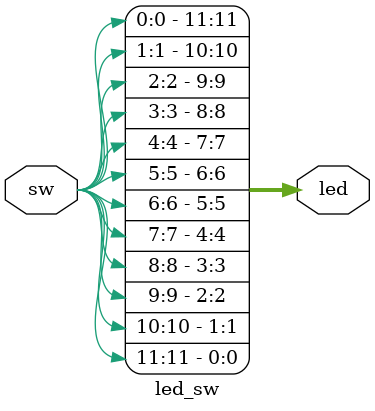
<source format=v>
`timescale 1ns / 1ps


module led_sw(
    output [11:0] led, 
    input [11:0] sw
    );
    
    assign {led[0], led[1], led[2], led[3], led[4], led[5], led[6], led[7], led[8], led[9], led[10], led[11]} = sw;
    
endmodule
</source>
